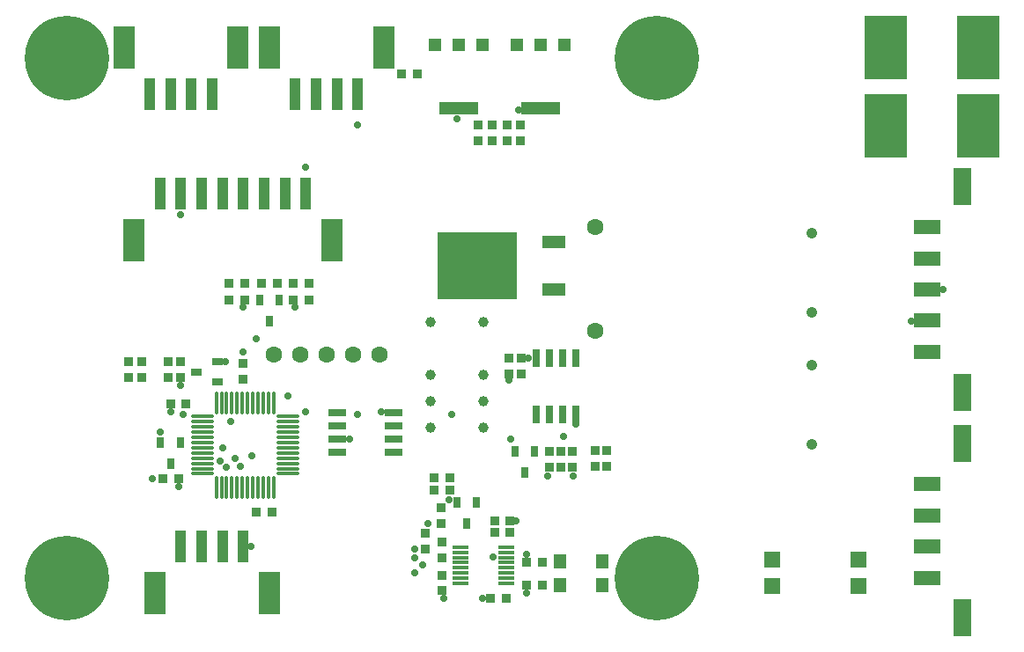
<source format=gts>
G04*
G04 #@! TF.GenerationSoftware,Altium Limited,Altium Designer,19.0.15 (446)*
G04*
G04 Layer_Color=8388736*
%FSLAX25Y25*%
%MOIN*%
G70*
G01*
G75*
%ADD19R,0.10400X0.05400*%
%ADD20R,0.06896X0.13904*%
%ADD21R,0.03353X0.03550*%
%ADD22R,0.04337X0.12211*%
%ADD23R,0.08274X0.16148*%
%ADD24R,0.03550X0.03353*%
%ADD25R,0.05912X0.05912*%
%ADD26R,0.04731X0.05715*%
%ADD27O,0.08668X0.01581*%
%ADD28O,0.01581X0.08668*%
%ADD29R,0.03156X0.03943*%
%ADD30R,0.16148X0.24022*%
%ADD31R,0.03943X0.03156*%
%ADD32R,0.09061X0.05124*%
%ADD33R,0.30400X0.25400*%
%ADD34R,0.02762X0.06502*%
%ADD35R,0.05900X0.01500*%
%ADD36R,0.06502X0.02762*%
%ADD37R,0.05124X0.05124*%
%ADD38R,0.14573X0.05124*%
%ADD39C,0.31896*%
%ADD40C,0.06306*%
%ADD41C,0.04239*%
%ADD42C,0.03943*%
%ADD43C,0.02762*%
D19*
X104331Y-98426D02*
D03*
Y-86615D02*
D03*
Y-74803D02*
D03*
Y-62992D02*
D03*
X104319Y-12849D02*
D03*
Y-1038D02*
D03*
Y10773D02*
D03*
Y22584D02*
D03*
Y34395D02*
D03*
D20*
X117835Y-47677D02*
D03*
Y-113741D02*
D03*
X117823Y49710D02*
D03*
Y-28164D02*
D03*
D21*
X-192913Y-22638D02*
D03*
Y-16732D02*
D03*
X-197835D02*
D03*
Y-22638D02*
D03*
X-85630Y-81693D02*
D03*
Y-87598D02*
D03*
X-154528Y-23268D02*
D03*
Y-17362D02*
D03*
X-79724Y-77756D02*
D03*
Y-71850D02*
D03*
X-178150Y-22638D02*
D03*
Y-16732D02*
D03*
X-183071D02*
D03*
Y-22638D02*
D03*
X-79331Y-90748D02*
D03*
Y-84842D02*
D03*
X-49409Y-15354D02*
D03*
Y-21260D02*
D03*
X-30118Y-50591D02*
D03*
Y-56496D02*
D03*
X-17126Y-56221D02*
D03*
Y-50315D02*
D03*
X-34449Y-56496D02*
D03*
Y-50591D02*
D03*
X-21457Y-50315D02*
D03*
Y-56221D02*
D03*
X-54134Y-15354D02*
D03*
Y-21260D02*
D03*
X-38780Y-50591D02*
D03*
Y-56496D02*
D03*
X-79331Y-97441D02*
D03*
Y-103347D02*
D03*
X-65551Y67126D02*
D03*
Y73032D02*
D03*
X-60236D02*
D03*
Y67126D02*
D03*
X-49803D02*
D03*
Y73032D02*
D03*
X-54724D02*
D03*
Y67126D02*
D03*
D22*
X-162402Y-86614D02*
D03*
X-154528D02*
D03*
X-170276D02*
D03*
X-178150D02*
D03*
X-111221Y84646D02*
D03*
X-119095D02*
D03*
X-134843D02*
D03*
X-126969D02*
D03*
X-166339D02*
D03*
X-174213D02*
D03*
X-189961D02*
D03*
X-182087D02*
D03*
X-186024Y47245D02*
D03*
X-178150D02*
D03*
X-170276D02*
D03*
X-162402D02*
D03*
X-154528D02*
D03*
X-146654D02*
D03*
X-130906D02*
D03*
X-138780D02*
D03*
D23*
X-144685Y-104331D02*
D03*
X-187993D02*
D03*
X-101377Y102363D02*
D03*
X-144685D02*
D03*
X-156496D02*
D03*
X-199804D02*
D03*
X-195867Y29528D02*
D03*
X-121063D02*
D03*
D24*
X-41339Y-92520D02*
D03*
X-47244D02*
D03*
X-41339Y-101378D02*
D03*
X-47244D02*
D03*
X-185039Y-61024D02*
D03*
X-179134D02*
D03*
X-153937Y6791D02*
D03*
X-159843D02*
D03*
Y13189D02*
D03*
X-153937D02*
D03*
X-147539D02*
D03*
X-141634D02*
D03*
X-135630Y6791D02*
D03*
X-129724D02*
D03*
Y13189D02*
D03*
X-135630D02*
D03*
X-88583Y92520D02*
D03*
X-94488D02*
D03*
X-82284Y-65354D02*
D03*
X-76378D02*
D03*
X-82284Y-60630D02*
D03*
X-76378D02*
D03*
X-53543Y-81102D02*
D03*
X-59449D02*
D03*
X-55118Y-106299D02*
D03*
X-61024D02*
D03*
X-59449Y-76772D02*
D03*
X-53543D02*
D03*
X-143701Y-73603D02*
D03*
X-149606D02*
D03*
X-176181Y-32480D02*
D03*
X-182087D02*
D03*
D25*
X45768Y-91457D02*
D03*
Y-101457D02*
D03*
X78248Y-91457D02*
D03*
Y-101457D02*
D03*
D26*
X-34646Y-101085D02*
D03*
X-18504D02*
D03*
Y-92227D02*
D03*
X-34646D02*
D03*
D27*
X-170079Y-37402D02*
D03*
Y-39370D02*
D03*
Y-41339D02*
D03*
Y-43307D02*
D03*
Y-45276D02*
D03*
Y-47244D02*
D03*
Y-49213D02*
D03*
Y-51181D02*
D03*
Y-53150D02*
D03*
Y-55118D02*
D03*
Y-57087D02*
D03*
Y-59055D02*
D03*
X-137795D02*
D03*
Y-57087D02*
D03*
Y-55118D02*
D03*
Y-53150D02*
D03*
Y-51181D02*
D03*
Y-49213D02*
D03*
Y-47244D02*
D03*
Y-45276D02*
D03*
Y-43307D02*
D03*
Y-41339D02*
D03*
Y-39370D02*
D03*
Y-37402D02*
D03*
D28*
X-164764Y-64370D02*
D03*
X-162795D02*
D03*
X-160827D02*
D03*
X-158858D02*
D03*
X-156890D02*
D03*
X-154921D02*
D03*
X-152953D02*
D03*
X-150984D02*
D03*
X-149016D02*
D03*
X-147047D02*
D03*
X-145079D02*
D03*
X-143110D02*
D03*
Y-32087D02*
D03*
X-145079D02*
D03*
X-147047D02*
D03*
X-149016D02*
D03*
X-150984D02*
D03*
X-152953D02*
D03*
X-154921D02*
D03*
X-156890D02*
D03*
X-158858D02*
D03*
X-160827D02*
D03*
X-162795D02*
D03*
X-164764D02*
D03*
D29*
X-178346Y-47244D02*
D03*
X-185827D02*
D03*
X-182087Y-55118D02*
D03*
X-66142Y-69882D02*
D03*
X-73622D02*
D03*
X-69882Y-77756D02*
D03*
X-140945Y6693D02*
D03*
X-148425D02*
D03*
X-144685Y-1181D02*
D03*
X-44291Y-50591D02*
D03*
X-51772D02*
D03*
X-48031Y-58465D02*
D03*
D30*
X123819Y102362D02*
D03*
X88779Y102559D02*
D03*
Y72835D02*
D03*
X123819Y72638D02*
D03*
D31*
X-164370Y-24213D02*
D03*
Y-16732D02*
D03*
X-172244Y-20472D02*
D03*
D32*
X-36811Y28740D02*
D03*
Y10630D02*
D03*
D33*
X-65945Y19685D02*
D03*
D34*
X-43720Y-36614D02*
D03*
X-38721D02*
D03*
X-33720D02*
D03*
X-28721D02*
D03*
Y-15354D02*
D03*
X-33720D02*
D03*
X-38721D02*
D03*
X-43720D02*
D03*
D35*
X-72183Y-86806D02*
D03*
Y-88776D02*
D03*
Y-90746D02*
D03*
Y-92716D02*
D03*
Y-94686D02*
D03*
Y-96656D02*
D03*
Y-98626D02*
D03*
Y-100596D02*
D03*
X-54983D02*
D03*
Y-98626D02*
D03*
Y-96656D02*
D03*
Y-94686D02*
D03*
Y-92716D02*
D03*
Y-90746D02*
D03*
Y-88776D02*
D03*
Y-86806D02*
D03*
D36*
X-118898Y-35807D02*
D03*
Y-40807D02*
D03*
Y-45807D02*
D03*
Y-50807D02*
D03*
X-97638D02*
D03*
Y-45807D02*
D03*
Y-40807D02*
D03*
Y-35807D02*
D03*
D37*
X-63976Y103347D02*
D03*
X-73032D02*
D03*
X-82087D02*
D03*
X-32874D02*
D03*
X-41929D02*
D03*
X-50984D02*
D03*
D38*
X-73032Y79331D02*
D03*
X-41929D02*
D03*
D39*
X-221457Y98425D02*
D03*
Y-98425D02*
D03*
X1969D02*
D03*
Y98425D02*
D03*
D40*
X-103032Y-13780D02*
D03*
X-113031D02*
D03*
X-123031D02*
D03*
X-133031D02*
D03*
X-143032D02*
D03*
X-21248Y34449D02*
D03*
Y-4921D02*
D03*
D41*
X60630Y32126D02*
D03*
Y2126D02*
D03*
Y-17874D02*
D03*
Y-47874D02*
D03*
D42*
X-83661Y-21654D02*
D03*
Y-31654D02*
D03*
Y-41654D02*
D03*
X-63661D02*
D03*
Y-31654D02*
D03*
Y-21654D02*
D03*
Y-1654D02*
D03*
X-83661D02*
D03*
D43*
X98425Y-1181D02*
D03*
X110236Y10773D02*
D03*
X-33465Y-44985D02*
D03*
X-53150Y-45807D02*
D03*
X-60039Y-90551D02*
D03*
X-75787Y-36417D02*
D03*
X-76772Y-68898D02*
D03*
X-130906Y-35433D02*
D03*
X-177165Y-36417D02*
D03*
X-163386Y-54134D02*
D03*
X-162402Y-49213D02*
D03*
X-160887Y-56590D02*
D03*
X-155512Y-56221D02*
D03*
X-137795Y-29528D02*
D03*
X-111221Y-36417D02*
D03*
X-50197Y78740D02*
D03*
X-154528Y-12795D02*
D03*
X-149661Y-7874D02*
D03*
X-151453Y-52165D02*
D03*
X-111221Y73032D02*
D03*
X-159449Y-39370D02*
D03*
X-161417Y-16732D02*
D03*
X-84646Y-77756D02*
D03*
X-73622Y75524D02*
D03*
X-114173Y-45807D02*
D03*
X-151575Y-86614D02*
D03*
X-179134Y-63892D02*
D03*
X-102362Y-35433D02*
D03*
X-154528Y3937D02*
D03*
X-134843D02*
D03*
X-186024Y-43307D02*
D03*
X-178150Y-25684D02*
D03*
X-89567Y-96457D02*
D03*
X-157480Y-53150D02*
D03*
X-86614Y-93504D02*
D03*
X-89567Y-90746D02*
D03*
Y-87598D02*
D03*
X-182087Y-35433D02*
D03*
X-178346Y39002D02*
D03*
X-188976Y-61024D02*
D03*
X-78740Y-106299D02*
D03*
X-63895D02*
D03*
X-47244Y-104331D02*
D03*
Y-89568D02*
D03*
X-29528Y-60039D02*
D03*
X-39370D02*
D03*
X-51181Y-76772D02*
D03*
X-54134Y-23622D02*
D03*
X-46565Y-15354D02*
D03*
X-28721Y-40354D02*
D03*
X-94488Y92020D02*
D03*
X-50984Y103347D02*
D03*
X-82087D02*
D03*
X-130905Y57087D02*
D03*
X-166339Y84646D02*
D03*
X-174213D02*
D03*
X-170276Y45276D02*
D03*
Y49213D02*
D03*
X-162402Y-88776D02*
D03*
X-74803Y10630D02*
D03*
X-58571Y19685D02*
D03*
X-74803Y28740D02*
D03*
X-32874Y103347D02*
D03*
X-54724Y73032D02*
D03*
X-60236D02*
D03*
X-63976Y103347D02*
D03*
X86614Y102363D02*
D03*
X124521D02*
D03*
M02*

</source>
